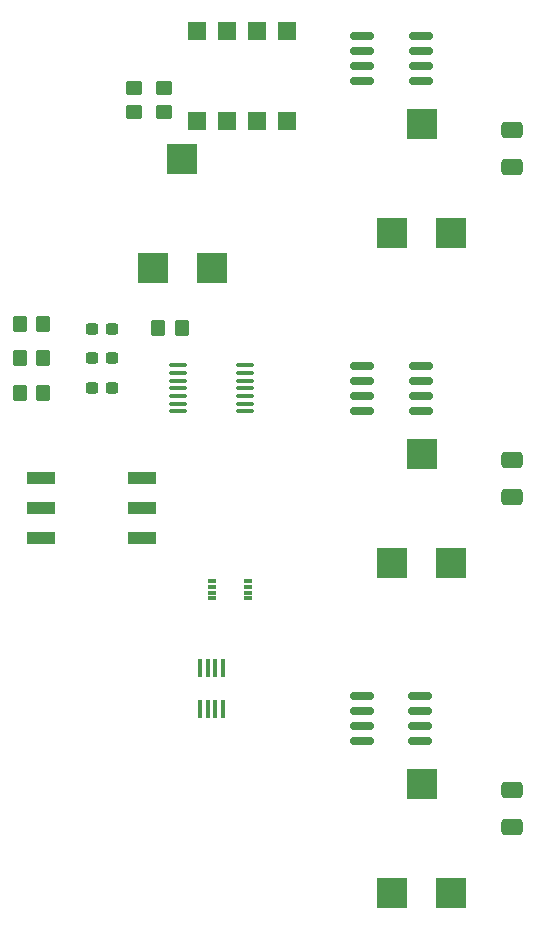
<source format=gbr>
%TF.GenerationSoftware,KiCad,Pcbnew,7.0.7*%
%TF.CreationDate,2023-10-19T13:35:15-07:00*%
%TF.ProjectId,555Trigger,35353554-7269-4676-9765-722e6b696361,0*%
%TF.SameCoordinates,Original*%
%TF.FileFunction,Paste,Top*%
%TF.FilePolarity,Positive*%
%FSLAX46Y46*%
G04 Gerber Fmt 4.6, Leading zero omitted, Abs format (unit mm)*
G04 Created by KiCad (PCBNEW 7.0.7) date 2023-10-19 13:35:15*
%MOMM*%
%LPD*%
G01*
G04 APERTURE LIST*
G04 Aperture macros list*
%AMRoundRect*
0 Rectangle with rounded corners*
0 $1 Rounding radius*
0 $2 $3 $4 $5 $6 $7 $8 $9 X,Y pos of 4 corners*
0 Add a 4 corners polygon primitive as box body*
4,1,4,$2,$3,$4,$5,$6,$7,$8,$9,$2,$3,0*
0 Add four circle primitives for the rounded corners*
1,1,$1+$1,$2,$3*
1,1,$1+$1,$4,$5*
1,1,$1+$1,$6,$7*
1,1,$1+$1,$8,$9*
0 Add four rect primitives between the rounded corners*
20,1,$1+$1,$2,$3,$4,$5,0*
20,1,$1+$1,$4,$5,$6,$7,0*
20,1,$1+$1,$6,$7,$8,$9,0*
20,1,$1+$1,$8,$9,$2,$3,0*%
G04 Aperture macros list end*
%ADD10RoundRect,0.250000X-0.350000X-0.450000X0.350000X-0.450000X0.350000X0.450000X-0.350000X0.450000X0*%
%ADD11RoundRect,0.237500X-0.300000X-0.237500X0.300000X-0.237500X0.300000X0.237500X-0.300000X0.237500X0*%
%ADD12R,0.300000X1.600000*%
%ADD13RoundRect,0.150000X-0.825000X-0.150000X0.825000X-0.150000X0.825000X0.150000X-0.825000X0.150000X0*%
%ADD14R,2.500000X2.500000*%
%ADD15R,2.440000X1.120000*%
%ADD16RoundRect,0.100000X-0.637500X-0.100000X0.637500X-0.100000X0.637500X0.100000X-0.637500X0.100000X0*%
%ADD17R,1.600000X1.600000*%
%ADD18RoundRect,0.250000X-0.650000X0.412500X-0.650000X-0.412500X0.650000X-0.412500X0.650000X0.412500X0*%
%ADD19RoundRect,0.250000X0.450000X-0.350000X0.450000X0.350000X-0.450000X0.350000X-0.450000X-0.350000X0*%
%ADD20R,0.800000X0.300000*%
G04 APERTURE END LIST*
D10*
%TO.C,R6*%
X29480000Y-68990000D03*
X31480000Y-68990000D03*
%TD*%
D11*
%TO.C,C2*%
X35560000Y-66040000D03*
X37285000Y-66040000D03*
%TD*%
D12*
%TO.C,U7*%
X46695000Y-92280000D03*
X46045000Y-92280000D03*
X45395000Y-92280000D03*
X44745000Y-92280000D03*
X44745000Y-95680000D03*
X45395000Y-95680000D03*
X46045000Y-95680000D03*
X46695000Y-95680000D03*
%TD*%
D13*
%TO.C,Brain_555*%
X58485000Y-38735000D03*
X58485000Y-40005000D03*
X58485000Y-41275000D03*
X58485000Y-42545000D03*
X63435000Y-42545000D03*
X63435000Y-41275000D03*
X63435000Y-40005000D03*
X63435000Y-38735000D03*
%TD*%
D14*
%TO.C,Strobe_Timing1*%
X66000000Y-111305000D03*
X63500000Y-102055000D03*
X61000000Y-111305000D03*
%TD*%
D15*
%TO.C,SW1*%
X31255000Y-76200000D03*
X31255000Y-78740000D03*
X31255000Y-81280000D03*
X39865000Y-81280000D03*
X39865000Y-78740000D03*
X39865000Y-76200000D03*
%TD*%
D16*
%TO.C,U1*%
X42857500Y-66630000D03*
X42857500Y-67280000D03*
X42857500Y-67930000D03*
X42857500Y-68580000D03*
X42857500Y-69230000D03*
X42857500Y-69880000D03*
X42857500Y-70530000D03*
X48582500Y-70530000D03*
X48582500Y-69880000D03*
X48582500Y-69230000D03*
X48582500Y-68580000D03*
X48582500Y-67930000D03*
X48582500Y-67280000D03*
X48582500Y-66630000D03*
%TD*%
D11*
%TO.C,C1*%
X35560000Y-63530000D03*
X37285000Y-63530000D03*
%TD*%
D10*
%TO.C,R4*%
X41180000Y-63500000D03*
X43180000Y-63500000D03*
%TD*%
D17*
%TO.C,U9*%
X52070000Y-38354000D03*
X49530000Y-38354000D03*
X46990000Y-38354000D03*
X44450000Y-38354000D03*
X44450000Y-45974000D03*
X46990000Y-45974000D03*
X49530000Y-45974000D03*
X52070000Y-45974000D03*
%TD*%
D18*
%TO.C,Behav_Timing_C1*%
X71120000Y-74637500D03*
X71120000Y-77762500D03*
%TD*%
D10*
%TO.C,R1*%
X29480000Y-63090000D03*
X31480000Y-63090000D03*
%TD*%
D13*
%TO.C,Strobe_555*%
X58420000Y-94615000D03*
X58420000Y-95885000D03*
X58420000Y-97155000D03*
X58420000Y-98425000D03*
X63370000Y-98425000D03*
X63370000Y-97155000D03*
X63370000Y-95885000D03*
X63370000Y-94615000D03*
%TD*%
D19*
%TO.C,R3*%
X41656000Y-45180000D03*
X41656000Y-43180000D03*
%TD*%
D13*
%TO.C,Behav_555*%
X58485000Y-66675000D03*
X58485000Y-67945000D03*
X58485000Y-69215000D03*
X58485000Y-70485000D03*
X63435000Y-70485000D03*
X63435000Y-69215000D03*
X63435000Y-67945000D03*
X63435000Y-66675000D03*
%TD*%
D18*
%TO.C,Strobe_Timing_C1*%
X71120000Y-102577500D03*
X71120000Y-105702500D03*
%TD*%
D14*
%TO.C,Output_Voltage1*%
X45720000Y-58420000D03*
X43220000Y-49170000D03*
X40720000Y-58420000D03*
%TD*%
D18*
%TO.C,Brain_Timing_C1*%
X71120000Y-46697500D03*
X71120000Y-49822500D03*
%TD*%
D10*
%TO.C,R5*%
X29480000Y-66040000D03*
X31480000Y-66040000D03*
%TD*%
D11*
%TO.C,C3*%
X35560000Y-68550000D03*
X37285000Y-68550000D03*
%TD*%
D14*
%TO.C,Behav_Timing1*%
X66000000Y-83365000D03*
X63500000Y-74115000D03*
X61000000Y-83365000D03*
%TD*%
%TO.C,Brain_Timing1*%
X66000000Y-55425000D03*
X63500000Y-46175000D03*
X61000000Y-55425000D03*
%TD*%
D19*
%TO.C,R2*%
X39116000Y-45180000D03*
X39116000Y-43180000D03*
%TD*%
D20*
%TO.C,U8*%
X45720000Y-84860000D03*
X45720000Y-85360000D03*
X45720000Y-85860000D03*
X45720000Y-86360000D03*
X48820000Y-86360000D03*
X48820000Y-85860000D03*
X48820000Y-85360000D03*
X48820000Y-84860000D03*
%TD*%
M02*

</source>
